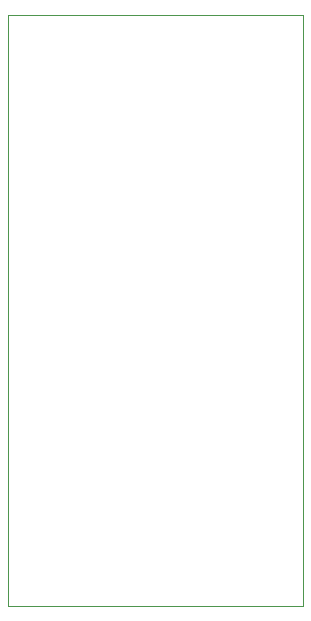
<source format=gm1>
%TF.GenerationSoftware,KiCad,Pcbnew,7.0.2*%
%TF.CreationDate,2023-08-12T21:53:34+01:00*%
%TF.ProjectId,lil-flite,6c696c2d-666c-4697-9465-2e6b69636164,rev?*%
%TF.SameCoordinates,Original*%
%TF.FileFunction,Profile,NP*%
%FSLAX46Y46*%
G04 Gerber Fmt 4.6, Leading zero omitted, Abs format (unit mm)*
G04 Created by KiCad (PCBNEW 7.0.2) date 2023-08-12 21:53:34*
%MOMM*%
%LPD*%
G01*
G04 APERTURE LIST*
%TA.AperFunction,Profile*%
%ADD10C,0.100000*%
%TD*%
G04 APERTURE END LIST*
D10*
X100000000Y-50000000D02*
X125000000Y-50000000D01*
X125000000Y-100000000D01*
X100000000Y-100000000D01*
X100000000Y-50000000D01*
M02*

</source>
